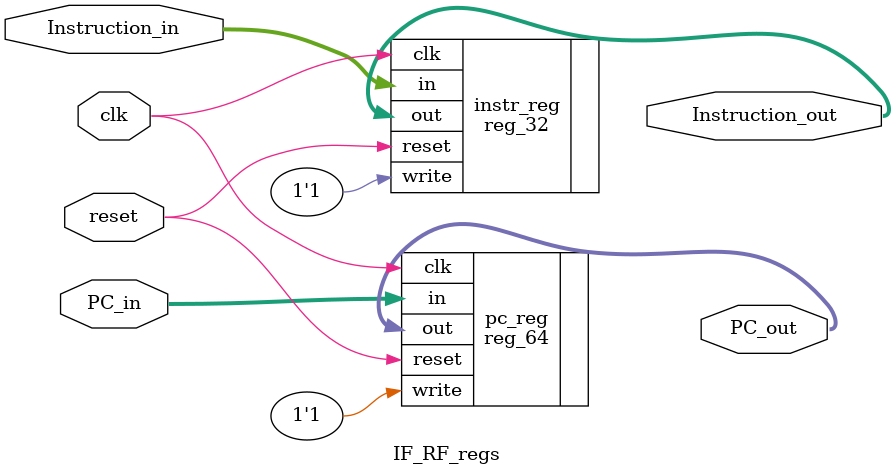
<source format=sv>
`timescale 1ns/10ps

module IF_RF_regs (
        clk, reset,
        PC_in, Instruction_in,
        PC_out, Instruction_out
    );

    input  logic        clk, reset;
    input  logic [63:0] PC_in;            // PC from fetch
    input  logic [31:0] Instruction_in;   // Instruction from memory

    output logic [63:0] PC_out;           // PC into decode
    output logic [31:0] Instruction_out;  // Instruction into decode

    reg_64 pc_reg    (.clk(clk), .reset(reset), .write(1'b1), .in(PC_in),          .out(PC_out));
    reg_32 instr_reg (.clk(clk), .reset(reset), .write(1'b1), .in(Instruction_in), .out(Instruction_out));

endmodule // IF_RF_regs

</source>
